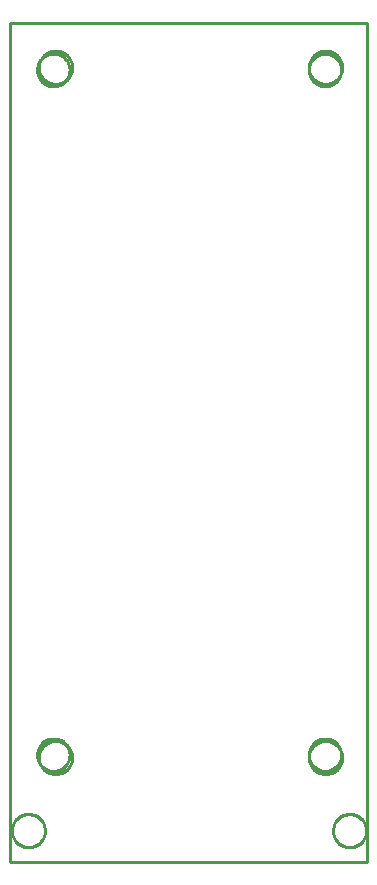
<source format=gbr>
G04 EAGLE Gerber RS-274X export*
G75*
%MOMM*%
%FSLAX34Y34*%
%LPD*%
%IN*%
%IPPOS*%
%AMOC8*
5,1,8,0,0,1.08239X$1,22.5*%
G01*
%ADD10C,0.254000*%


D10*
X152400Y-38100D02*
X453900Y-38100D01*
X453900Y673000D01*
X152400Y673000D01*
X152400Y-38100D01*
X188179Y619270D02*
X187199Y619340D01*
X186227Y619480D01*
X185267Y619689D01*
X184325Y619965D01*
X183405Y620309D01*
X182511Y620717D01*
X181649Y621187D01*
X180823Y621718D01*
X180037Y622307D01*
X179295Y622950D01*
X178600Y623645D01*
X177957Y624387D01*
X177368Y625173D01*
X176837Y625999D01*
X176367Y626861D01*
X175959Y627755D01*
X175615Y628675D01*
X175339Y629617D01*
X175130Y630577D01*
X174990Y631549D01*
X174920Y632529D01*
X174920Y633511D01*
X174990Y634491D01*
X175130Y635463D01*
X175339Y636423D01*
X175615Y637365D01*
X175959Y638285D01*
X176367Y639179D01*
X176837Y640041D01*
X177368Y640867D01*
X177957Y641653D01*
X178600Y642395D01*
X179295Y643090D01*
X180037Y643733D01*
X180823Y644322D01*
X181649Y644853D01*
X182511Y645323D01*
X183405Y645731D01*
X184325Y646075D01*
X185267Y646351D01*
X186227Y646560D01*
X187199Y646700D01*
X188179Y646770D01*
X189161Y646770D01*
X190141Y646700D01*
X191113Y646560D01*
X192073Y646351D01*
X193015Y646075D01*
X193935Y645731D01*
X194829Y645323D01*
X195691Y644853D01*
X196517Y644322D01*
X197303Y643733D01*
X198045Y643090D01*
X198740Y642395D01*
X199383Y641653D01*
X199972Y640867D01*
X200503Y640041D01*
X200973Y639179D01*
X201381Y638285D01*
X201725Y637365D01*
X202001Y636423D01*
X202210Y635463D01*
X202350Y634491D01*
X202420Y633511D01*
X202420Y632529D01*
X202350Y631549D01*
X202210Y630577D01*
X202001Y629617D01*
X201725Y628675D01*
X201381Y627755D01*
X200973Y626861D01*
X200503Y625999D01*
X199972Y625173D01*
X199383Y624387D01*
X198740Y623645D01*
X198045Y622950D01*
X197303Y622307D01*
X196517Y621718D01*
X195691Y621187D01*
X194829Y620717D01*
X193935Y620309D01*
X193015Y619965D01*
X192073Y619689D01*
X191113Y619480D01*
X190141Y619340D01*
X189161Y619270D01*
X188179Y619270D01*
X418179Y619270D02*
X417199Y619340D01*
X416227Y619480D01*
X415267Y619689D01*
X414325Y619965D01*
X413405Y620309D01*
X412511Y620717D01*
X411649Y621187D01*
X410823Y621718D01*
X410037Y622307D01*
X409295Y622950D01*
X408600Y623645D01*
X407957Y624387D01*
X407368Y625173D01*
X406837Y625999D01*
X406367Y626861D01*
X405959Y627755D01*
X405615Y628675D01*
X405339Y629617D01*
X405130Y630577D01*
X404990Y631549D01*
X404920Y632529D01*
X404920Y633511D01*
X404990Y634491D01*
X405130Y635463D01*
X405339Y636423D01*
X405615Y637365D01*
X405959Y638285D01*
X406367Y639179D01*
X406837Y640041D01*
X407368Y640867D01*
X407957Y641653D01*
X408600Y642395D01*
X409295Y643090D01*
X410037Y643733D01*
X410823Y644322D01*
X411649Y644853D01*
X412511Y645323D01*
X413405Y645731D01*
X414325Y646075D01*
X415267Y646351D01*
X416227Y646560D01*
X417199Y646700D01*
X418179Y646770D01*
X419161Y646770D01*
X420141Y646700D01*
X421113Y646560D01*
X422073Y646351D01*
X423015Y646075D01*
X423935Y645731D01*
X424829Y645323D01*
X425691Y644853D01*
X426517Y644322D01*
X427303Y643733D01*
X428045Y643090D01*
X428740Y642395D01*
X429383Y641653D01*
X429972Y640867D01*
X430503Y640041D01*
X430973Y639179D01*
X431381Y638285D01*
X431725Y637365D01*
X432001Y636423D01*
X432210Y635463D01*
X432350Y634491D01*
X432420Y633511D01*
X432420Y632529D01*
X432350Y631549D01*
X432210Y630577D01*
X432001Y629617D01*
X431725Y628675D01*
X431381Y627755D01*
X430973Y626861D01*
X430503Y625999D01*
X429972Y625173D01*
X429383Y624387D01*
X428740Y623645D01*
X428045Y622950D01*
X427303Y622307D01*
X426517Y621718D01*
X425691Y621187D01*
X424829Y620717D01*
X423935Y620309D01*
X423015Y619965D01*
X422073Y619689D01*
X421113Y619480D01*
X420141Y619340D01*
X419161Y619270D01*
X418179Y619270D01*
X188179Y39270D02*
X187199Y39340D01*
X186227Y39480D01*
X185267Y39689D01*
X184325Y39965D01*
X183405Y40309D01*
X182511Y40717D01*
X181649Y41187D01*
X180823Y41718D01*
X180037Y42307D01*
X179295Y42950D01*
X178600Y43645D01*
X177957Y44387D01*
X177368Y45173D01*
X176837Y45999D01*
X176367Y46861D01*
X175959Y47755D01*
X175615Y48675D01*
X175339Y49617D01*
X175130Y50577D01*
X174990Y51549D01*
X174920Y52529D01*
X174920Y53511D01*
X174990Y54491D01*
X175130Y55463D01*
X175339Y56423D01*
X175615Y57365D01*
X175959Y58285D01*
X176367Y59179D01*
X176837Y60041D01*
X177368Y60867D01*
X177957Y61653D01*
X178600Y62395D01*
X179295Y63090D01*
X180037Y63733D01*
X180823Y64322D01*
X181649Y64853D01*
X182511Y65323D01*
X183405Y65731D01*
X184325Y66075D01*
X185267Y66351D01*
X186227Y66560D01*
X187199Y66700D01*
X188179Y66770D01*
X189161Y66770D01*
X190141Y66700D01*
X191113Y66560D01*
X192073Y66351D01*
X193015Y66075D01*
X193935Y65731D01*
X194829Y65323D01*
X195691Y64853D01*
X196517Y64322D01*
X197303Y63733D01*
X198045Y63090D01*
X198740Y62395D01*
X199383Y61653D01*
X199972Y60867D01*
X200503Y60041D01*
X200973Y59179D01*
X201381Y58285D01*
X201725Y57365D01*
X202001Y56423D01*
X202210Y55463D01*
X202350Y54491D01*
X202420Y53511D01*
X202420Y52529D01*
X202350Y51549D01*
X202210Y50577D01*
X202001Y49617D01*
X201725Y48675D01*
X201381Y47755D01*
X200973Y46861D01*
X200503Y45999D01*
X199972Y45173D01*
X199383Y44387D01*
X198740Y43645D01*
X198045Y42950D01*
X197303Y42307D01*
X196517Y41718D01*
X195691Y41187D01*
X194829Y40717D01*
X193935Y40309D01*
X193015Y39965D01*
X192073Y39689D01*
X191113Y39480D01*
X190141Y39340D01*
X189161Y39270D01*
X188179Y39270D01*
X418179Y39270D02*
X417199Y39340D01*
X416227Y39480D01*
X415267Y39689D01*
X414325Y39965D01*
X413405Y40309D01*
X412511Y40717D01*
X411649Y41187D01*
X410823Y41718D01*
X410037Y42307D01*
X409295Y42950D01*
X408600Y43645D01*
X407957Y44387D01*
X407368Y45173D01*
X406837Y45999D01*
X406367Y46861D01*
X405959Y47755D01*
X405615Y48675D01*
X405339Y49617D01*
X405130Y50577D01*
X404990Y51549D01*
X404920Y52529D01*
X404920Y53511D01*
X404990Y54491D01*
X405130Y55463D01*
X405339Y56423D01*
X405615Y57365D01*
X405959Y58285D01*
X406367Y59179D01*
X406837Y60041D01*
X407368Y60867D01*
X407957Y61653D01*
X408600Y62395D01*
X409295Y63090D01*
X410037Y63733D01*
X410823Y64322D01*
X411649Y64853D01*
X412511Y65323D01*
X413405Y65731D01*
X414325Y66075D01*
X415267Y66351D01*
X416227Y66560D01*
X417199Y66700D01*
X418179Y66770D01*
X419161Y66770D01*
X420141Y66700D01*
X421113Y66560D01*
X422073Y66351D01*
X423015Y66075D01*
X423935Y65731D01*
X424829Y65323D01*
X425691Y64853D01*
X426517Y64322D01*
X427303Y63733D01*
X428045Y63090D01*
X428740Y62395D01*
X429383Y61653D01*
X429972Y60867D01*
X430503Y60041D01*
X430973Y59179D01*
X431381Y58285D01*
X431725Y57365D01*
X432001Y56423D01*
X432210Y55463D01*
X432350Y54491D01*
X432420Y53511D01*
X432420Y52529D01*
X432350Y51549D01*
X432210Y50577D01*
X432001Y49617D01*
X431725Y48675D01*
X431381Y47755D01*
X430973Y46861D01*
X430503Y45999D01*
X429972Y45173D01*
X429383Y44387D01*
X428740Y43645D01*
X428045Y42950D01*
X427303Y42307D01*
X426517Y41718D01*
X425691Y41187D01*
X424829Y40717D01*
X423935Y40309D01*
X423015Y39965D01*
X422073Y39689D01*
X421113Y39480D01*
X420141Y39340D01*
X419161Y39270D01*
X418179Y39270D01*
X204500Y50300D02*
X204429Y49303D01*
X204286Y48313D01*
X204074Y47336D01*
X203792Y46376D01*
X203443Y45439D01*
X203027Y44529D01*
X202548Y43652D01*
X202007Y42810D01*
X201408Y42010D01*
X200753Y41254D01*
X200046Y40547D01*
X199290Y39892D01*
X198490Y39293D01*
X197648Y38752D01*
X196771Y38273D01*
X195861Y37857D01*
X194924Y37508D01*
X193965Y37226D01*
X192987Y37014D01*
X191998Y36871D01*
X191000Y36800D01*
X190000Y36800D01*
X189003Y36871D01*
X188013Y37014D01*
X187036Y37226D01*
X186076Y37508D01*
X185139Y37857D01*
X184229Y38273D01*
X183352Y38752D01*
X182510Y39293D01*
X181710Y39892D01*
X180954Y40547D01*
X180247Y41254D01*
X179592Y42010D01*
X178993Y42810D01*
X178452Y43652D01*
X177973Y44529D01*
X177557Y45439D01*
X177208Y46376D01*
X176926Y47336D01*
X176714Y48313D01*
X176571Y49303D01*
X176500Y50300D01*
X176500Y51300D01*
X176571Y52298D01*
X176714Y53287D01*
X176926Y54265D01*
X177208Y55224D01*
X177557Y56161D01*
X177973Y57071D01*
X178452Y57948D01*
X178993Y58790D01*
X179592Y59590D01*
X180247Y60346D01*
X180954Y61053D01*
X181710Y61708D01*
X182510Y62307D01*
X183352Y62848D01*
X184229Y63327D01*
X185139Y63743D01*
X186076Y64092D01*
X187036Y64374D01*
X188013Y64586D01*
X189003Y64729D01*
X190000Y64800D01*
X191000Y64800D01*
X191998Y64729D01*
X192987Y64586D01*
X193965Y64374D01*
X194924Y64092D01*
X195861Y63743D01*
X196771Y63327D01*
X197648Y62848D01*
X198490Y62307D01*
X199290Y61708D01*
X200046Y61053D01*
X200753Y60346D01*
X201408Y59590D01*
X202007Y58790D01*
X202548Y57948D01*
X203027Y57071D01*
X203443Y56161D01*
X203792Y55224D01*
X204074Y54265D01*
X204286Y53287D01*
X204429Y52298D01*
X204500Y51300D01*
X204500Y50300D01*
X433100Y50300D02*
X433029Y49303D01*
X432886Y48313D01*
X432674Y47336D01*
X432392Y46376D01*
X432043Y45439D01*
X431627Y44529D01*
X431148Y43652D01*
X430607Y42810D01*
X430008Y42010D01*
X429353Y41254D01*
X428646Y40547D01*
X427890Y39892D01*
X427090Y39293D01*
X426248Y38752D01*
X425371Y38273D01*
X424461Y37857D01*
X423524Y37508D01*
X422565Y37226D01*
X421587Y37014D01*
X420598Y36871D01*
X419600Y36800D01*
X418600Y36800D01*
X417603Y36871D01*
X416613Y37014D01*
X415636Y37226D01*
X414676Y37508D01*
X413739Y37857D01*
X412829Y38273D01*
X411952Y38752D01*
X411110Y39293D01*
X410310Y39892D01*
X409554Y40547D01*
X408847Y41254D01*
X408192Y42010D01*
X407593Y42810D01*
X407052Y43652D01*
X406573Y44529D01*
X406157Y45439D01*
X405808Y46376D01*
X405526Y47336D01*
X405314Y48313D01*
X405171Y49303D01*
X405100Y50300D01*
X405100Y51300D01*
X405171Y52298D01*
X405314Y53287D01*
X405526Y54265D01*
X405808Y55224D01*
X406157Y56161D01*
X406573Y57071D01*
X407052Y57948D01*
X407593Y58790D01*
X408192Y59590D01*
X408847Y60346D01*
X409554Y61053D01*
X410310Y61708D01*
X411110Y62307D01*
X411952Y62848D01*
X412829Y63327D01*
X413739Y63743D01*
X414676Y64092D01*
X415636Y64374D01*
X416613Y64586D01*
X417603Y64729D01*
X418600Y64800D01*
X419600Y64800D01*
X420598Y64729D01*
X421587Y64586D01*
X422565Y64374D01*
X423524Y64092D01*
X424461Y63743D01*
X425371Y63327D01*
X426248Y62848D01*
X427090Y62307D01*
X427890Y61708D01*
X428646Y61053D01*
X429353Y60346D01*
X430008Y59590D01*
X430607Y58790D01*
X431148Y57948D01*
X431627Y57071D01*
X432043Y56161D01*
X432392Y55224D01*
X432674Y54265D01*
X432886Y53287D01*
X433029Y52298D01*
X433100Y51300D01*
X433100Y50300D01*
X433100Y634500D02*
X433029Y633503D01*
X432886Y632513D01*
X432674Y631536D01*
X432392Y630576D01*
X432043Y629639D01*
X431627Y628729D01*
X431148Y627852D01*
X430607Y627010D01*
X430008Y626210D01*
X429353Y625454D01*
X428646Y624747D01*
X427890Y624092D01*
X427090Y623493D01*
X426248Y622952D01*
X425371Y622473D01*
X424461Y622057D01*
X423524Y621708D01*
X422565Y621426D01*
X421587Y621214D01*
X420598Y621071D01*
X419600Y621000D01*
X418600Y621000D01*
X417603Y621071D01*
X416613Y621214D01*
X415636Y621426D01*
X414676Y621708D01*
X413739Y622057D01*
X412829Y622473D01*
X411952Y622952D01*
X411110Y623493D01*
X410310Y624092D01*
X409554Y624747D01*
X408847Y625454D01*
X408192Y626210D01*
X407593Y627010D01*
X407052Y627852D01*
X406573Y628729D01*
X406157Y629639D01*
X405808Y630576D01*
X405526Y631536D01*
X405314Y632513D01*
X405171Y633503D01*
X405100Y634500D01*
X405100Y635500D01*
X405171Y636498D01*
X405314Y637487D01*
X405526Y638465D01*
X405808Y639424D01*
X406157Y640361D01*
X406573Y641271D01*
X407052Y642148D01*
X407593Y642990D01*
X408192Y643790D01*
X408847Y644546D01*
X409554Y645253D01*
X410310Y645908D01*
X411110Y646507D01*
X411952Y647048D01*
X412829Y647527D01*
X413739Y647943D01*
X414676Y648292D01*
X415636Y648574D01*
X416613Y648786D01*
X417603Y648929D01*
X418600Y649000D01*
X419600Y649000D01*
X420598Y648929D01*
X421587Y648786D01*
X422565Y648574D01*
X423524Y648292D01*
X424461Y647943D01*
X425371Y647527D01*
X426248Y647048D01*
X427090Y646507D01*
X427890Y645908D01*
X428646Y645253D01*
X429353Y644546D01*
X430008Y643790D01*
X430607Y642990D01*
X431148Y642148D01*
X431627Y641271D01*
X432043Y640361D01*
X432392Y639424D01*
X432674Y638465D01*
X432886Y637487D01*
X433029Y636498D01*
X433100Y635500D01*
X433100Y634500D01*
X204500Y634500D02*
X204429Y633503D01*
X204286Y632513D01*
X204074Y631536D01*
X203792Y630576D01*
X203443Y629639D01*
X203027Y628729D01*
X202548Y627852D01*
X202007Y627010D01*
X201408Y626210D01*
X200753Y625454D01*
X200046Y624747D01*
X199290Y624092D01*
X198490Y623493D01*
X197648Y622952D01*
X196771Y622473D01*
X195861Y622057D01*
X194924Y621708D01*
X193965Y621426D01*
X192987Y621214D01*
X191998Y621071D01*
X191000Y621000D01*
X190000Y621000D01*
X189003Y621071D01*
X188013Y621214D01*
X187036Y621426D01*
X186076Y621708D01*
X185139Y622057D01*
X184229Y622473D01*
X183352Y622952D01*
X182510Y623493D01*
X181710Y624092D01*
X180954Y624747D01*
X180247Y625454D01*
X179592Y626210D01*
X178993Y627010D01*
X178452Y627852D01*
X177973Y628729D01*
X177557Y629639D01*
X177208Y630576D01*
X176926Y631536D01*
X176714Y632513D01*
X176571Y633503D01*
X176500Y634500D01*
X176500Y635500D01*
X176571Y636498D01*
X176714Y637487D01*
X176926Y638465D01*
X177208Y639424D01*
X177557Y640361D01*
X177973Y641271D01*
X178452Y642148D01*
X178993Y642990D01*
X179592Y643790D01*
X180247Y644546D01*
X180954Y645253D01*
X181710Y645908D01*
X182510Y646507D01*
X183352Y647048D01*
X184229Y647527D01*
X185139Y647943D01*
X186076Y648292D01*
X187036Y648574D01*
X188013Y648786D01*
X189003Y648929D01*
X190000Y649000D01*
X191000Y649000D01*
X191998Y648929D01*
X192987Y648786D01*
X193965Y648574D01*
X194924Y648292D01*
X195861Y647943D01*
X196771Y647527D01*
X197648Y647048D01*
X198490Y646507D01*
X199290Y645908D01*
X200046Y645253D01*
X200753Y644546D01*
X201408Y643790D01*
X202007Y642990D01*
X202548Y642148D01*
X203027Y641271D01*
X203443Y640361D01*
X203792Y639424D01*
X204074Y638465D01*
X204286Y637487D01*
X204429Y636498D01*
X204500Y635500D01*
X204500Y634500D01*
X425600Y-10700D02*
X425671Y-9703D01*
X425814Y-8713D01*
X426026Y-7736D01*
X426308Y-6776D01*
X426657Y-5839D01*
X427073Y-4929D01*
X427552Y-4052D01*
X428093Y-3210D01*
X428692Y-2410D01*
X429347Y-1654D01*
X430054Y-947D01*
X430810Y-292D01*
X431610Y307D01*
X432452Y848D01*
X433329Y1327D01*
X434239Y1743D01*
X435176Y2092D01*
X436136Y2374D01*
X437113Y2586D01*
X438103Y2729D01*
X439100Y2800D01*
X440100Y2800D01*
X441098Y2729D01*
X442087Y2586D01*
X443065Y2374D01*
X444024Y2092D01*
X444961Y1743D01*
X445871Y1327D01*
X446748Y848D01*
X447590Y307D01*
X448390Y-292D01*
X449146Y-947D01*
X449853Y-1654D01*
X450508Y-2410D01*
X451107Y-3210D01*
X451648Y-4052D01*
X452127Y-4929D01*
X452543Y-5839D01*
X452892Y-6776D01*
X453174Y-7736D01*
X453386Y-8713D01*
X453529Y-9703D01*
X453600Y-10700D01*
X453600Y-11700D01*
X453529Y-12698D01*
X453386Y-13687D01*
X453174Y-14665D01*
X452892Y-15624D01*
X452543Y-16561D01*
X452127Y-17471D01*
X451648Y-18348D01*
X451107Y-19190D01*
X450508Y-19990D01*
X449853Y-20746D01*
X449146Y-21453D01*
X448390Y-22108D01*
X447590Y-22707D01*
X446748Y-23248D01*
X445871Y-23727D01*
X444961Y-24143D01*
X444024Y-24492D01*
X443065Y-24774D01*
X442087Y-24986D01*
X441098Y-25129D01*
X440100Y-25200D01*
X439100Y-25200D01*
X438103Y-25129D01*
X437113Y-24986D01*
X436136Y-24774D01*
X435176Y-24492D01*
X434239Y-24143D01*
X433329Y-23727D01*
X432452Y-23248D01*
X431610Y-22707D01*
X430810Y-22108D01*
X430054Y-21453D01*
X429347Y-20746D01*
X428692Y-19990D01*
X428093Y-19190D01*
X427552Y-18348D01*
X427073Y-17471D01*
X426657Y-16561D01*
X426308Y-15624D01*
X426026Y-14665D01*
X425814Y-13687D01*
X425671Y-12698D01*
X425600Y-11700D01*
X425600Y-10700D01*
X153500Y-10700D02*
X153571Y-9703D01*
X153714Y-8713D01*
X153926Y-7736D01*
X154208Y-6776D01*
X154557Y-5839D01*
X154973Y-4929D01*
X155452Y-4052D01*
X155993Y-3210D01*
X156592Y-2410D01*
X157247Y-1654D01*
X157954Y-947D01*
X158710Y-292D01*
X159510Y307D01*
X160352Y848D01*
X161229Y1327D01*
X162139Y1743D01*
X163076Y2092D01*
X164036Y2374D01*
X165013Y2586D01*
X166003Y2729D01*
X167000Y2800D01*
X168000Y2800D01*
X168998Y2729D01*
X169987Y2586D01*
X170965Y2374D01*
X171924Y2092D01*
X172861Y1743D01*
X173771Y1327D01*
X174648Y848D01*
X175490Y307D01*
X176290Y-292D01*
X177046Y-947D01*
X177753Y-1654D01*
X178408Y-2410D01*
X179007Y-3210D01*
X179548Y-4052D01*
X180027Y-4929D01*
X180443Y-5839D01*
X180792Y-6776D01*
X181074Y-7736D01*
X181286Y-8713D01*
X181429Y-9703D01*
X181500Y-10700D01*
X181500Y-11700D01*
X181429Y-12698D01*
X181286Y-13687D01*
X181074Y-14665D01*
X180792Y-15624D01*
X180443Y-16561D01*
X180027Y-17471D01*
X179548Y-18348D01*
X179007Y-19190D01*
X178408Y-19990D01*
X177753Y-20746D01*
X177046Y-21453D01*
X176290Y-22108D01*
X175490Y-22707D01*
X174648Y-23248D01*
X173771Y-23727D01*
X172861Y-24143D01*
X171924Y-24492D01*
X170965Y-24774D01*
X169987Y-24986D01*
X168998Y-25129D01*
X168000Y-25200D01*
X167000Y-25200D01*
X166003Y-25129D01*
X165013Y-24986D01*
X164036Y-24774D01*
X163076Y-24492D01*
X162139Y-24143D01*
X161229Y-23727D01*
X160352Y-23248D01*
X159510Y-22707D01*
X158710Y-22108D01*
X157954Y-21453D01*
X157247Y-20746D01*
X156592Y-19990D01*
X155993Y-19190D01*
X155452Y-18348D01*
X154973Y-17471D01*
X154557Y-16561D01*
X154208Y-15624D01*
X153926Y-14665D01*
X153714Y-13687D01*
X153571Y-12698D01*
X153500Y-11700D01*
X153500Y-10700D01*
M02*

</source>
